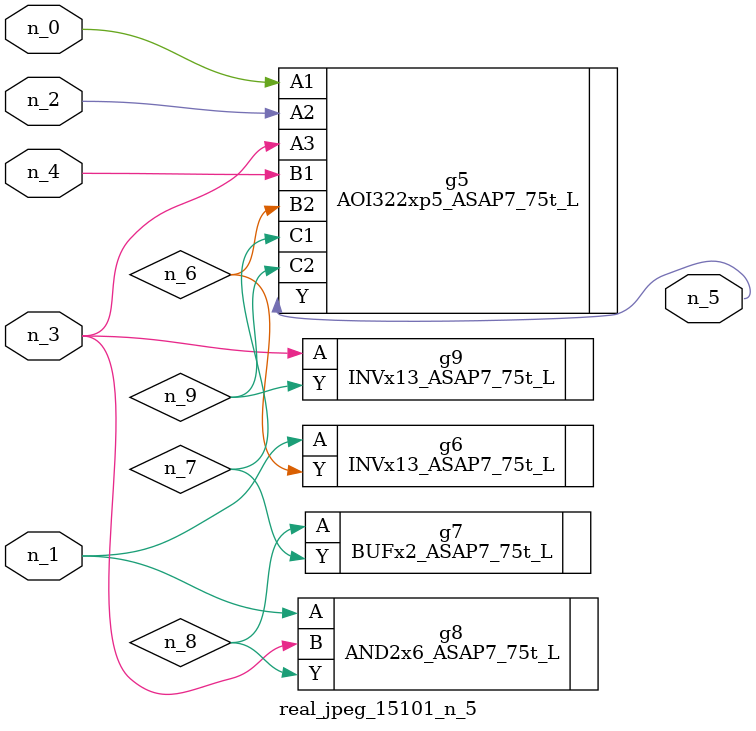
<source format=v>
module real_jpeg_15101_n_5 (n_4, n_0, n_1, n_2, n_3, n_5);

input n_4;
input n_0;
input n_1;
input n_2;
input n_3;

output n_5;

wire n_8;
wire n_6;
wire n_7;
wire n_9;

AOI322xp5_ASAP7_75t_L g5 ( 
.A1(n_0),
.A2(n_2),
.A3(n_3),
.B1(n_4),
.B2(n_6),
.C1(n_7),
.C2(n_9),
.Y(n_5)
);

INVx13_ASAP7_75t_L g6 ( 
.A(n_1),
.Y(n_6)
);

AND2x6_ASAP7_75t_L g8 ( 
.A(n_1),
.B(n_3),
.Y(n_8)
);

INVx13_ASAP7_75t_L g9 ( 
.A(n_3),
.Y(n_9)
);

BUFx2_ASAP7_75t_L g7 ( 
.A(n_8),
.Y(n_7)
);


endmodule
</source>
